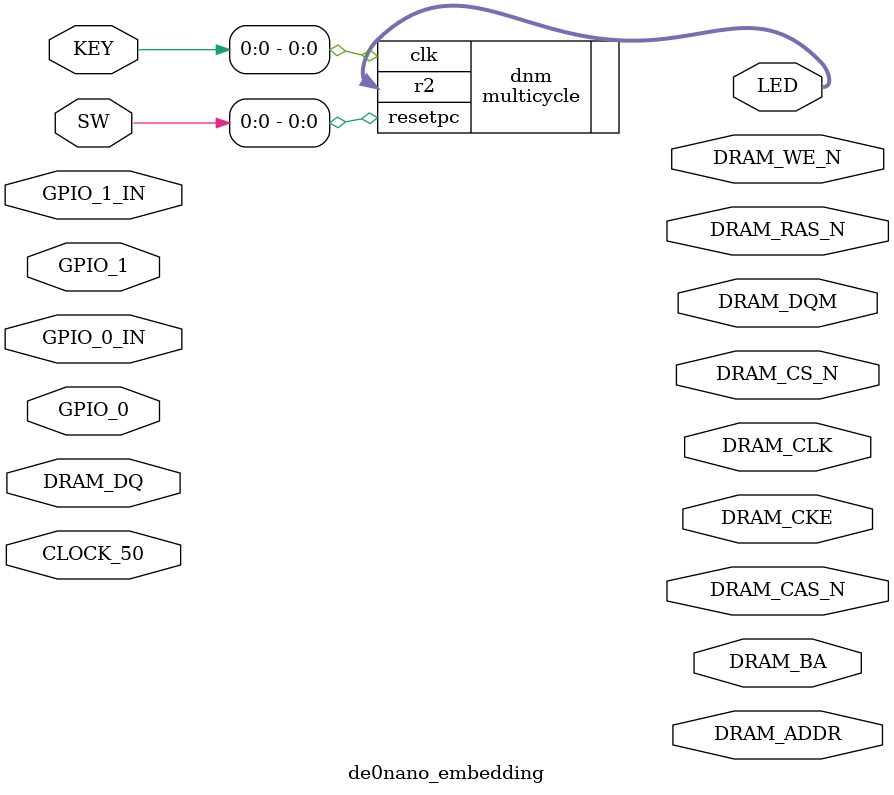
<source format=v>


module de0nano_embedding(

	//////////// CLOCK //////////
	CLOCK_50,

	//////////// LED //////////
	LED,

	//////////// KEY //////////
	KEY,

	//////////// SW //////////
	SW,

	//////////// SDRAM //////////
	DRAM_ADDR,
	DRAM_BA,
	DRAM_CAS_N,
	DRAM_CKE,
	DRAM_CLK,
	DRAM_CS_N,
	DRAM_DQ,
	DRAM_DQM,
	DRAM_RAS_N,
	DRAM_WE_N,

	//////////// GPIO_0, GPIO_0 connect to GPIO Default //////////
	GPIO_0,
	GPIO_0_IN,

	//////////// GPIO_1, GPIO_1 connect to GPIO Default //////////
	GPIO_1,
	GPIO_1_IN 
);

//=======================================================
//  PARAMETER declarations
//=======================================================


//=======================================================
//  PORT declarations
//=======================================================

//////////// CLOCK //////////
input 		          		CLOCK_50;

//////////// LED //////////
output		     [7:0]		LED;

//////////// KEY //////////
input 		     [1:0]		KEY;

//////////// SW //////////
input 		     [3:0]		SW;

//////////// SDRAM //////////
output		    [12:0]		DRAM_ADDR;
output		     [1:0]		DRAM_BA;
output		          		DRAM_CAS_N;
output		          		DRAM_CKE;
output		          		DRAM_CLK;
output		          		DRAM_CS_N;
inout 		    [15:0]		DRAM_DQ;
output		     [1:0]		DRAM_DQM;
output		          		DRAM_RAS_N;
output		          		DRAM_WE_N;

//////////// GPIO_0, GPIO_0 connect to GPIO Default //////////
inout 		    [33:0]		GPIO_0;
input 		     [1:0]		GPIO_0_IN;

//////////// GPIO_1, GPIO_1 connect to GPIO Default //////////
inout 		    [33:0]		GPIO_1;
input 		     [1:0]		GPIO_1_IN;


//=======================================================
//  REG/WIRE declarations
//=======================================================



//=======================================================
//  Structural coding
//=======================================================

//reg_w_shft shftreg(.clk(CLOCK_50), .shft(KEY[1]), .in, .out);
//reg_w_shft #(N) (.clk(KEY[0]), .rst(SW[0]),
//						.par_ser(KEY[1]), .shftr_l(SW[1]),
//						.p_in(p_in), .p_out(LED[5:2]),
//						.s_in_l(SW[3]), .s_in_r(SW[2]),
//						.s_out_l(LED[7]), .s_out_r(LED[0]));
multicycle dnm(.clk(KEY[0]),.resetpc(SW[0]),.r2(LED[7:0]));


endmodule

</source>
